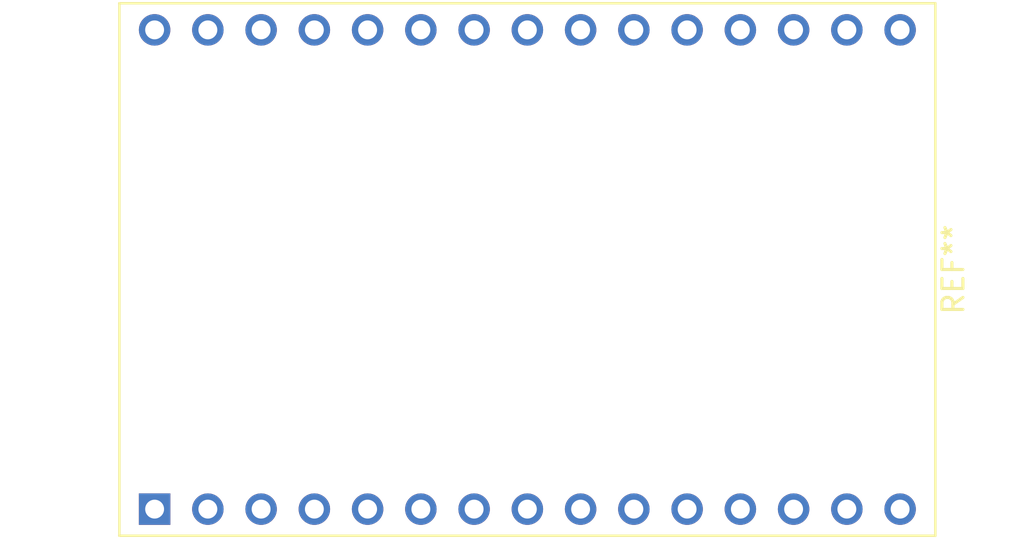
<source format=kicad_pcb>
(kicad_pcb (version 20241229) (generator "pcbnew") (generator_version "9.0")
  (layers (0 "F.Cu" signal) (2 "B.Cu" signal) (13 "F.Paste" user) (15 "B.Paste" user) (5 "F.SilkS" user "F.Silkscreen") (7 "B.SilkS" user "B.Silkscreen") (1 "F.Mask" user) (3 "B.Mask" user) (25 "Edge.Cuts" user))
  (net 0 "")
  (footprint "RF_Module:ESP32-C3-DevKitM-1" (layer "F.Cu") (at 49.5 50 90)
    (property "Reference" "REF**" (at 11.43 38.1 90) (layer "F.SilkS"))
    (property "Value" "ESP32-C3-DevKitM-1")
    (fp_line (start 24.13 -1.68) (end 24.13 37.24) (stroke (width 0.12)) (layer "F.SilkS"))
    (fp_line (start -1.27 -1.68) (end 24.13 -1.68) (stroke (width 0.12)) (layer "F.SilkS"))
    (fp_line (start 24.13 37.24) (end -1.27 37.24) (stroke (width 0.12)) (layer "F.SilkS"))
    (fp_line (start -1.27 37.24) (end -1.27 -1.68) (stroke (width 0.12)) (layer "F.SilkS"))
    (pad "1" thru_hole rect (at 0 0 90) (size 1.5 1.5) (drill 0.9) (layers "*.Cu" "*.Mask"))
    (pad "2" thru_hole circle (at 0 2.54 90) (size 1.5 1.5) (drill 0.9) (layers "*.Cu" "*.Mask"))
    (pad "3" thru_hole circle (at 0 5.08 90) (size 1.5 1.5) (drill 0.9) (layers "*.Cu" "*.Mask"))
    (pad "4" thru_hole circle (at 0 7.62 90) (size 1.5 1.5) (drill 0.9) (layers "*.Cu" "*.Mask"))
    (pad "5" thru_hole circle (at 0 10.16 90) (size 1.5 1.5) (drill 0.9) (layers "*.Cu" "*.Mask"))
    (pad "6" thru_hole circle (at 0 12.7 90) (size 1.5 1.5) (drill 0.9) (layers "*.Cu" "*.Mask"))
    (pad "7" thru_hole circle (at 0 15.24 90) (size 1.5 1.5) (drill 0.9) (layers "*.Cu" "*.Mask"))
    (pad "8" thru_hole circle (at 0 17.78 90) (size 1.5 1.5) (drill 0.9) (layers "*.Cu" "*.Mask"))
    (pad "9" thru_hole circle (at 0 20.32 90) (size 1.5 1.5) (drill 0.9) (layers "*.Cu" "*.Mask"))
    (pad "10" thru_hole circle (at 0 22.86 90) (size 1.5 1.5) (drill 0.9) (layers "*.Cu" "*.Mask"))
    (pad "11" thru_hole circle (at 0 25.4 90) (size 1.5 1.5) (drill 0.9) (layers "*.Cu" "*.Mask"))
    (pad "12" thru_hole circle (at 0 27.94 90) (size 1.5 1.5) (drill 0.9) (layers "*.Cu" "*.Mask"))
    (pad "13" thru_hole circle (at 0 30.48 90) (size 1.5 1.5) (drill 0.9) (layers "*.Cu" "*.Mask"))
    (pad "14" thru_hole circle (at 0 33.02 90) (size 1.5 1.5) (drill 0.9) (layers "*.Cu" "*.Mask"))
    (pad "15" thru_hole circle (at 0 35.56 90) (size 1.5 1.5) (drill 0.9) (layers "*.Cu" "*.Mask"))
    (pad "16" thru_hole circle (at 22.86 35.56 90) (size 1.5 1.5) (drill 0.9) (layers "*.Cu" "*.Mask"))
    (pad "17" thru_hole circle (at 22.86 33.02 90) (size 1.5 1.5) (drill 0.9) (layers "*.Cu" "*.Mask"))
    (pad "18" thru_hole circle (at 22.86 30.48 90) (size 1.5 1.5) (drill 0.9) (layers "*.Cu" "*.Mask"))
    (pad "19" thru_hole circle (at 22.86 27.94 90) (size 1.5 1.5) (drill 0.9) (layers "*.Cu" "*.Mask"))
    (pad "20" thru_hole circle (at 22.86 25.4 90) (size 1.5 1.5) (drill 0.9) (layers "*.Cu" "*.Mask"))
    (pad "21" thru_hole circle (at 22.86 22.86 90) (size 1.5 1.5) (drill 0.9) (layers "*.Cu" "*.Mask"))
    (pad "22" thru_hole circle (at 22.86 20.32 90) (size 1.5 1.5) (drill 0.9) (layers "*.Cu" "*.Mask"))
    (pad "23" thru_hole circle (at 22.86 17.78 90) (size 1.5 1.5) (drill 0.9) (layers "*.Cu" "*.Mask"))
    (pad "24" thru_hole circle (at 22.86 15.24 90) (size 1.5 1.5) (drill 0.9) (layers "*.Cu" "*.Mask"))
    (pad "25" thru_hole circle (at 22.86 12.7 90) (size 1.5 1.5) (drill 0.9) (layers "*.Cu" "*.Mask"))
    (pad "26" thru_hole circle (at 22.86 10.16 90) (size 1.5 1.5) (drill 0.9) (layers "*.Cu" "*.Mask"))
    (pad "27" thru_hole circle (at 22.86 7.62 90) (size 1.5 1.5) (drill 0.9) (layers "*.Cu" "*.Mask"))
    (pad "28" thru_hole circle (at 22.86 5.08 90) (size 1.5 1.5) (drill 0.9) (layers "*.Cu" "*.Mask"))
    (pad "29" thru_hole circle (at 22.86 2.54 90) (size 1.5 1.5) (drill 0.9) (layers "*.Cu" "*.Mask"))
    (pad "30" thru_hole circle (at 22.86 0 90) (size 1.5 1.5) (drill 0.9) (layers "*.Cu" "*.Mask"))
  )
)
</source>
